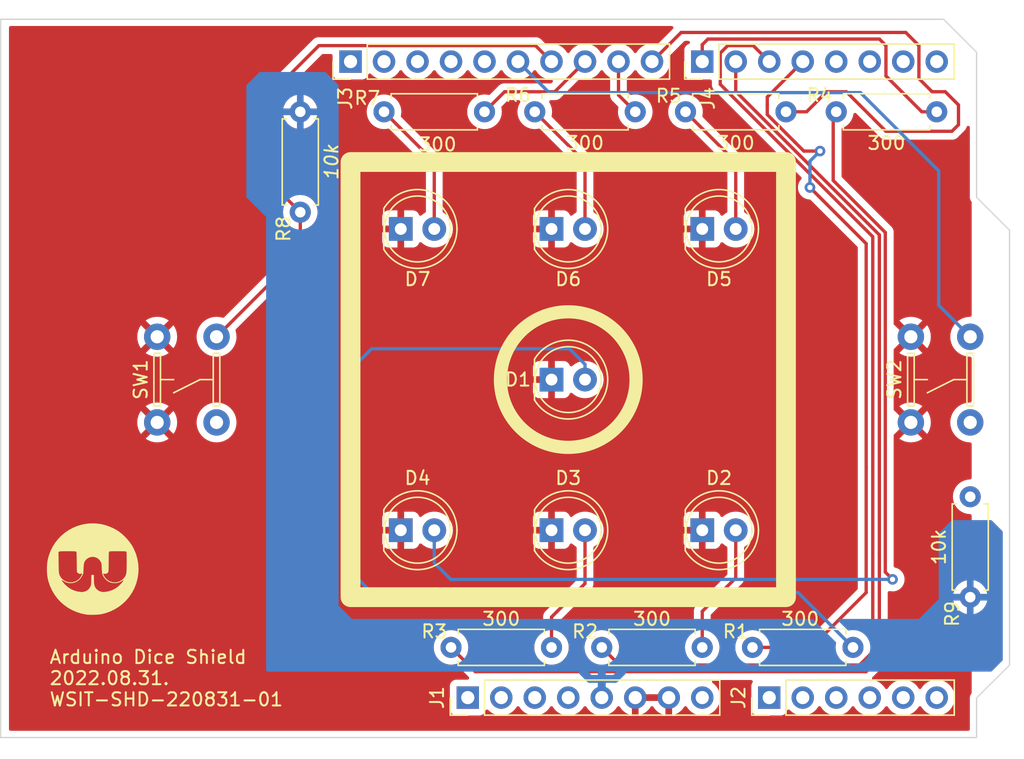
<source format=kicad_pcb>
(kicad_pcb (version 20211014) (generator pcbnew)
  (layers (0 "F.Cu" signal) (31 "B.Cu" signal) (34 "B.Paste" user) (35 "F.Paste" user) (36 "B.SilkS" user "B.Silkscreen") (37 "F.SilkS" user "F.Silkscreen") (38 "B.Mask" user) (39 "F.Mask" user) (44 "Edge.Cuts" user))
  (net 0 "")
  (net 1 "GND")
  (net 2 "Net-(D1-Pad2)")
  (net 3 "Net-(D2-Pad2)")
  (net 4 "Net-(D3-Pad2)")
  (net 5 "Net-(D4-Pad2)")
  (net 6 "Net-(D5-Pad2)")
  (net 7 "Net-(D6-Pad2)")
  (net 8 "+5V")
  (net 9 "Net-(R7-Pad1)")
  (net 10 "D04")
  (net 11 "D05")
  (net 12 "D06")
  (net 13 "D07")
  (net 14 "D08")
  (net 15 "D09")
  (net 16 "D10")
  (net 17 "D11_SW1")
  (net 18 "D12_SW2")
  (footprint "Resistor_THT:R_Axial_DIN0207_L6.3mm_D2.5mm_P7.62mm_Horizontal" (layer "F.Cu") (at 231.14 73.66 180)
    (fp_text reference "R3" (at 8.89 1.205) (layer "F.SilkS"))
    (fp_text value "300" (at 3.81 2.16) (layer "F.SilkS"))
    (fp_line (start 0.54 1.04) (end 0.54 1.37) (layer "F.SilkS") (width 0.12))
    (fp_line (start 0.54 -1.04) (end 0.54 -1.37) (layer "F.SilkS") (width 0.12))
    (fp_line (start 0.54 1.37) (end 7.08 1.37) (layer "F.SilkS") (width 0.12))
    (fp_line (start 7.08 1.37) (end 7.08 1.04) (layer "F.SilkS") (width 0.12))
    (fp_line (start 7.08 -1.37) (end 7.08 -1.04) (layer "F.SilkS") (width 0.12))
    (fp_line (start 0.54 -1.37) (end 7.08 -1.37) (layer "F.SilkS") (width 0.12))
    (pad "1" thru_hole circle (at 0 0 180) (size 1.6 1.6) (drill 0.8) (layers *.Cu *.Mask) (net 4 "Net-(D3-Pad2)"))
    (pad "2" thru_hole oval (at 7.62 0 180) (size 1.6 1.6) (drill 0.8) (layers *.Cu *.Mask) (net 12 "D06"))
  )
  (footprint "LED_THT:LED_D5.0mm" (layer "F.Cu") (at 231.14 64.77)
    (fp_text reference "D3" (at 1.27 -3.96) (layer "F.SilkS"))
    (fp_text value "LED")
    (fp_line (start -1.29 -1.545) (end -1.29 1.545) (layer "F.SilkS") (width 0.12))
    (fp_arc (start -1.29 -1.54483) (mid 2.072002 -2.880433) (end 4.26 0.000462) (layer "F.SilkS") (width 0.12))
    (fp_arc (start 4.26 -0.000462) (mid 2.072002 2.880433) (end -1.29 1.54483) (layer "F.SilkS") (width 0.12))
    (fp_circle (center 1.27 0) (end 3.77 0) (layer "F.SilkS") (width 0.12) (fill none))
    (pad "1" thru_hole rect (at 0 0) (size 1.8 1.8) (drill 0.9) (layers *.Cu *.Mask) (net 1 "GND"))
    (pad "2" thru_hole circle (at 2.54 0) (size 1.8 1.8) (drill 0.9) (layers *.Cu *.Mask) (net 4 "Net-(D3-Pad2)"))
  )
  (footprint "Resistor_THT:R_Axial_DIN0207_L6.3mm_D2.5mm_P7.62mm_Horizontal" (layer "F.Cu") (at 229.87 33.02)
    (fp_text reference "R6" (at -1.27 -1.27) (layer "F.SilkS"))
    (fp_text value "300" (at 3.81 2.37) (layer "F.SilkS"))
    (fp_line (start 7.08 1.37) (end 7.08 1.04) (layer "F.SilkS") (width 0.12))
    (fp_line (start 0.54 -1.04) (end 0.54 -1.37) (layer "F.SilkS") (width 0.12))
    (fp_line (start 7.08 -1.37) (end 7.08 -1.04) (layer "F.SilkS") (width 0.12))
    (fp_line (start 0.54 -1.37) (end 7.08 -1.37) (layer "F.SilkS") (width 0.12))
    (fp_line (start 0.54 1.04) (end 0.54 1.37) (layer "F.SilkS") (width 0.12))
    (fp_line (start 0.54 1.37) (end 7.08 1.37) (layer "F.SilkS") (width 0.12))
    (pad "1" thru_hole circle (at 0 0) (size 1.6 1.6) (drill 0.8) (layers *.Cu *.Mask) (net 7 "Net-(D6-Pad2)"))
    (pad "2" thru_hole oval (at 7.62 0) (size 1.6 1.6) (drill 0.8) (layers *.Cu *.Mask) (net 15 "D09"))
  )
  (footprint "Resistor_THT:R_Axial_DIN0207_L6.3mm_D2.5mm_P7.62mm_Horizontal" (layer "F.Cu") (at 252.73 33.02)
    (fp_text reference "R4" (at -1.27 -1.27) (layer "F.SilkS"))
    (fp_text value "300" (at 3.81 2.37) (layer "F.SilkS"))
    (fp_line (start 0.54 -1.37) (end 7.08 -1.37) (layer "F.SilkS") (width 0.12))
    (fp_line (start 7.08 1.37) (end 7.08 1.04) (layer "F.SilkS") (width 0.12))
    (fp_line (start 0.54 -1.04) (end 0.54 -1.37) (layer "F.SilkS") (width 0.12))
    (fp_line (start 7.08 -1.37) (end 7.08 -1.04) (layer "F.SilkS") (width 0.12))
    (fp_line (start 0.54 1.04) (end 0.54 1.37) (layer "F.SilkS") (width 0.12))
    (fp_line (start 0.54 1.37) (end 7.08 1.37) (layer "F.SilkS") (width 0.12))
    (pad "1" thru_hole circle (at 0 0) (size 1.6 1.6) (drill 0.8) (layers *.Cu *.Mask) (net 5 "Net-(D4-Pad2)"))
    (pad "2" thru_hole oval (at 7.62 0) (size 1.6 1.6) (drill 0.8) (layers *.Cu *.Mask) (net 13 "D07"))
  )
  (footprint "Connector_PinHeader_2.54mm:PinHeader_1x10_P2.54mm_Vertical" (layer "F.Cu") (at 215.9 29.21 90)
    (fp_text reference "J3" (at -2.79 -0.4 90) (layer "F.SilkS"))
    (fp_text value "Conn_01x10")
    (fp_line (start -1.33 24.19) (end 1.33 24.19) (layer "F.SilkS") (width 0.12))
    (fp_line (start -1.33 1.27) (end 1.33 1.27) (layer "F.SilkS") (width 0.12))
    (fp_line (start -1.33 -1.33) (end 0 -1.33) (layer "F.SilkS") (width 0.12))
    (fp_line (start 1.33 1.27) (end 1.33 24.19) (layer "F.SilkS") (width 0.12))
    (fp_line (start -1.33 1.27) (end -1.33 24.19) (layer "F.SilkS") (width 0.12))
    (fp_line (start -1.33 0) (end -1.33 -1.33) (layer "F.SilkS") (width 0.12))
    (pad "1" thru_hole rect (at 0 0 90) (size 1.7 1.7) (drill 1) (layers *.Cu *.Mask))
    (pad "2" thru_hole oval (at 0 2.54 90) (size 1.7 1.7) (drill 1) (layers *.Cu *.Mask))
    (pad "3" thru_hole oval (at 0 5.08 90) (size 1.7 1.7) (drill 1) (layers *.Cu *.Mask))
    (pad "4" thru_hole oval (at 0 7.62 90) (size 1.7 1.7) (drill 1) (layers *.Cu *.Mask))
    (pad "5" thru_hole oval (at 0 10.16 90) (size 1.7 1.7) (drill 1) (layers *.Cu *.Mask))
    (pad "6" thru_hole oval (at 0 12.7 90) (size 1.7 1.7) (drill 1) (layers *.Cu *.Mask) (net 18 "D12_SW2"))
    (pad "7" thru_hole oval (at 0 15.24 90) (size 1.7 1.7) (drill 1) (layers *.Cu *.Mask) (net 17 "D11_SW1"))
    (pad "8" thru_hole oval (at 0 17.78 90) (size 1.7 1.7) (drill 1) (layers *.Cu *.Mask) (net 16 "D10"))
    (pad "9" thru_hole oval (at 0 20.32 90) (size 1.7 1.7) (drill 1) (layers *.Cu *.Mask) (net 15 "D09"))
    (pad "10" thru_hole oval (at 0 22.86 90) (size 1.7 1.7) (drill 1) (layers *.Cu *.Mask) (net 14 "D08"))
  )
  (footprint "2_icons:woosong_pcb_logo_15" (layer "F.Cu") (at 196.5 69.5)
    (fp_text reference "G***" hide)
    (fp_text value "LOGO" hide)
    (fp_poly (pts (xy 0.032185 -5.249393) (xy 0.393672 -5.211318) (xy 0.542314 -5.184601) (xy 0.821137 -5.113983) (xy 1.10595 -5.01517) (xy 1.385284 -4.893104) (xy 1.647673 -4.752728) (xy 1.853161 -4.619612) (xy 2.063739 -4.454044) (xy 2.2741 -4.259994) (xy 2.474931 -4.047347) (xy 2.656917 -3.825987) (xy 2.810743 -3.605796) (xy 2.815027 -3.598991) (xy 2.871657 -3.5006) (xy 2.935576 -3.376422) (xy 3.001448 -3.238036) (xy 3.063935 -3.097021) (xy 3.1177 -2.964955) (xy 3.154416 -2.862713) (xy 3.249805 -2.507084) (xy 3.306857 -2.145942) (xy 3.32576 -1.78223) (xy 3.306705 -1.418889) (xy 3.249877 -1.05886) (xy 3.155466 -0.705084) (xy 3.02366 -0.360504) (xy 2.989533 -0.285947) (xy 2.817073 0.033979) (xy 2.612693 0.332425) (xy 2.378888 0.60718) (xy 2.118151 0.856034) (xy 1.832975 1.076779) (xy 1.525854 1.267205) (xy 1.199282 1.425101) (xy 0.955175 1.516849) (xy 0.786424 1.570664) (xy 0.638086 1.611772) (xy 0.499431 1.64194) (xy 0.359732 1.662937) (xy 0.208259 1.676529) (xy 0.034284 1.684483) (xy -0.078882 1.687168) (xy -0.262604 1.688945) (xy -0.412981 1.686778) (xy -0.535927 1.680455) (xy -0.637362 1.669763) (xy -0.660636 1.66629) (xy -1.028786 1.588617) (xy -1.380747 1.476093) (xy -1.714638 1.330243) (xy -2.02858 1.152595) (xy -2.320691 0.944674) (xy -2.589091 0.708008) (xy -2.831899 0.444124) (xy -3.047236 0.154548) (xy -3.23322 -0.159193) (xy -3.387972 -0.495572) (xy -3.417427 -0.571894) (xy -3.50275 -0.827016) (xy -3.531612 -0.943452) (xy -2.494488 -0.943452) (xy -2.490775 -0.921177) (xy -2.465115 -0.876392) (xy -2.422365 -0.815523) (xy -2.367379 -0.744997) (xy -2.305012 -0.671239) (xy -2.24012 -0.600675) (xy -2.220122 -0.580325) (xy -2.015886 -0.403041) (xy -1.79312 -0.260502) (xy -1.552484 -0.152995) (xy -1.294639 -0.080806) (xy -1.020244 -0.044223) (xy -0.982065 -0.042033) (xy -0.931838 -0.044654) (xy -0.863152 -0.054221) (xy -0.824301 -0.061634) (xy -0.663399 -0.112248) (xy -0.529606 -0.190911) (xy -0.420519 -0.299509) (xy -0.33373 -0.439931) (xy -0.328691 -0.450443) (xy -0.307277 -0.496748) (xy -0.291357 -0.536577) (xy -0.279983 -0.57693) (xy -0.272206 -0.624809) (xy -0.267079 -0.687212) (xy -0.263651 -0.771141) (xy -0.260976 -0.883596) (xy -0.259457 -0.961374) (xy -0.252183 -1.340994) (xy -0.059161 -1.340994) (xy -0.059012 -1.059977) (xy -0.055734 -0.871963) (xy -0.045193 -0.717186) (xy -0.026004 -0.589883) (xy 0.00322 -0.484289) (xy 0.043867 -0.394642) (xy 0.097323 -0.315177) (xy 0.129242 -0.277512) (xy 0.236084 -0.181139) (xy 0.361625 -0.111088) (xy 0.49281 -0.067525) (xy 0.558736 -0.052652) (xy 0.618343 -0.045396) (xy 0.684629 -0.045376) (xy 0.77059 -0.052209) (xy 0.822894 -0.057839) (xy 1.090067 -0.106395) (xy 1.338896 -0.18986) (xy 1.569327 -0.308207) (xy 1.781307 -0.46141) (xy 1.940077 -0.611701) (xy 2.008622 -0.687908) (xy 2.071377 -0.764097) (xy 2.123855 -0.83406) (xy 2.161571 -0.891588) (xy 2.180039 -0.930472) (xy 2.179429 -0.942983) (xy 2.159766 -0.937953) (xy 2.12146 -0.914408) (xy 2.1057 -0.902878) (xy 1.948408 -0.807162) (xy 1.774695 -0.744099) (xy 1.59102 -0.714216) (xy 1.403843 -0.718038) (xy 1.21962 -0.756093) (xy 1.065426 -0.818138) (xy 0.962608 -0.883188) (xy 0.856515 -0.972191) (xy 0.760126 -1.073162) (xy 0.695157 -1.160012) (xy 0.646599 -1.240877) (xy 0.609516 -1.316982) (xy 0.582088 -1.39607) (xy 0.573971 -1.433279) (xy 0.650471 -1.433279) (xy 0.659359 -1.389744) (xy 0.680878 -1.32913) (xy 0.697342 -1.291693) (xy 0.788528 -1.140816) (xy 0.907472 -1.011936) (xy 1.048414 -0.907802) (xy 1.205591 -0.831162) (xy 1.37324 -0.784764) (xy 1.545599 -0.771359) (xy 1.716906 -0.793693) (xy 1.732812 -0.797746) (xy 1.899451 -0.859296) (xy 2.052252 -0.949168) (xy 2.183867 -1.061819) (xy 2.286948 -1.191707) (xy 2.311951 -1.234587) (xy 2.339349 -1.289355) (xy 2.362022 -1.344683) (xy 2.380407 -1.404835) (xy 2.394938 -1.474074) (xy 2.406052 -1.556664) (xy 2.414184 -1.656869) (xy 2.419771 -1.778953) (xy 2.423248 -1.927179) (xy 2.425051 -2.10581) (xy 2.425616 -2.319112) (xy 2.425621 -2.34662) (xy 2.425451 -2.537912) (xy 2.424837 -2.693562) (xy 2.423624 -2.817368) (xy 2.421657 -2.913126) (xy 2.41878 -2.984635) (xy 2.414838 -3.035691) (xy 2.409676 -3.070093) (xy 2.403138 -3.091638) (xy 2.39507 -3.104123) (xy 2.394632 -3.10457) (xy 2.381523 -3.113384) (xy 2.359001 -3.120387) (xy 2.322912 -3.125778) (xy 2.269102 -3.129757) (xy 2.193417 -3.132524) (xy 2.091703 -3.134278) (xy 1.959807 -3.13522) (xy 1.793575 -3.135549) (xy 1.750339 -3.135559) (xy 1.576408 -3.135366) (xy 1.43767 -3.134645) (xy 1.329877 -3.133182) (xy 1.24878 -3.130763) (xy 1.190133 -3.127176) (xy 1.149687 -3.122206) (xy 1.123196 -3.115641) (xy 1.106411 -3.107267) (xy 1.100971 -3.102922) (xy 1.091376 -3.092046) (xy 1.083639 -3.075915) (xy 1.077559 -3.050517) (xy 1.072932 -3.011839) (xy 1.069558 -2.955871) (xy 1.067233 -2.8786) (xy 1.065755 -2.776015) (xy 1.064922 -2.644103) (xy 1.064532 -2.478852) (xy 1.064437 -2.378194) (xy 1.063817 -2.213199) (xy 1.062271 -2.057743) (xy 1.059921 -1.916987) (xy 1.056892 -1.796088) (xy 1.053309 -1.700208) (xy 1.049295 -1.634504) (xy 1.045877 -1.60722) (xy 1.007578 -1.518824) (xy 0.941505 -1.456788) (xy 0.851711 -1.424183) (xy 0.798439 -1.419876) (xy 0.735922 -1.424279) (xy 0.688484 -1.435498) (xy 0.674441 -1.44354) (xy 0.655177 -1.453342) (xy 0.650471 -1.433279) (xy 0.573971 -1.433279) (xy 0.562497 -1.485881) (xy 0.548923 -1.594157) (xy 0.539547 -1.728638) (xy 0.534457 -1.843866) (xy 0.529149 -1.973465) (xy 0.523756 -2.070881) (xy 0.517281 -2.143361) (xy 0.50873 -2.198153) (xy 0.497107 -2.242503) (xy 0.481417 -2.28366) (xy 0.470814 -2.307298) (xy 0.387132 -2.445218) (xy 0.279926 -2.555436) (xy 0.154575 -2.636923) (xy 0.016458 -2.688652) (xy -0.129048 -2.709594) (xy -0.276564 -2.698723) (xy -0.42071 -2.655009) (xy -0.556108 -2.577426) (xy -0.627753 -2.517231) (xy -0.688743 -2.454472) (xy -0.73645 -2.392657) (xy -0.772791 -2.325512) (xy -0.799684 -2.246762) (xy -0.819046 -2.150133) (xy -0.832797 -2.02935) (xy -0.842852 -1.878138) (xy -0.846556 -1.801348) (xy -0.86253 -1.443301) (xy -0.942907 -1.277242) (xy -1.046304 -1.105866) (xy -1.175494 -0.962441) (xy -1.327073 -0.849132) (xy -1.49764 -0.768102) (xy -1.683791 -0.721517) (xy -1.834006 -0.71048) (xy -1.997329 -0.724427) (xy -2.155361 -0.768208) (xy -2.315946 -0.84444) (xy -2.41079 -0.902859) (xy -2.45709 -0.930571) (xy -2.488324 -0.943827) (xy -2.494488 -0.943452) (xy -3.531612 -0.943452) (xy -3.564305 -1.075347) (xy -3.603719 -1.327383) (xy -3.622621 -1.59362) (xy -3.62264 -1.884554) (xy -3.622384 -1.893168) (xy -3.613042 -2.096771) (xy -3.597122 -2.273548) (xy -3.572595 -2.435852) (xy -3.537436 -2.596033) (xy -3.489616 -2.766444) (xy -3.46746 -2.837213) (xy -3.378582 -3.071932) (xy -2.744331 -3.071932) (xy -2.735445 -2.309996) (xy -2.732742 -2.098904) (xy -2.729674 -1.922949) (xy -2.725748 -1.777827) (xy -2.72047 -1.659236) (xy -2.713351 -1.56287) (xy -2.703896 -1.484427) (xy -2.691613 -1.419602) (xy -2.676011 -1.364092) (xy -2.656596 -1.313594) (xy -2.632877 -1.263803) (xy -2.61106 -1.222666) (xy -2.545239 -1.127343) (xy -2.454534 -1.030267) (xy -2.351178 -0.943023) (xy -2.247405 -0.877198) (xy -2.245098 -0.876023) (xy -2.069491 -0.805936) (xy -1.893669 -0.774588) (xy -1.71352 -0.78147) (xy -1.621633 -0.798831) (xy -1.442454 -0.859893) (xy -1.283954 -0.952406) (xy -1.149761 -1.073548) (xy -1.043505 -1.2205) (xy -1.018411 -1.267589) (xy -0.976448 -1.355766) (xy -0.953498 -1.413274) (xy -0.94882 -1.443583) (xy -0.961674 -1.450161) (xy -0.981094 -1.442298) (xy -1.047314 -1.42254) (xy -1.139642 -1.41702) (xy -1.158868 -1.417693) (xy -1.19915 -1.431881) (xy -1.251016 -1.465459) (xy -1.277191 -1.487355) (xy -1.350854 -1.554834) (xy -1.360714 -2.317226) (xy -1.363302 -2.510989) (xy -1.365716 -2.669105) (xy -1.368186 -2.795365) (xy -1.370943 -2.893562) (xy -1.374218 -2.967489) (xy -1.378243 -3.020936) (xy -1.383247 -3.057696) (xy -1.389463 -3.08156) (xy -1.39712 -3.096321) (xy -1.40645 -3.105771) (xy -1.408854 -3.107589) (xy -1.426761 -3.115778) (xy -1.458248 -3.122277) (xy -1.507301 -3.127258) (xy -1.577901 -3.130897) (xy -1.674034 -3.133365) (xy -1.799682 -3.134838) (xy -1.958831 -3.135488) (xy -2.050313 -3.135559) (xy -2.223784 -3.135333) (xy -2.362137 -3.134514) (xy -2.46969 -3.132889) (xy -2.550762 -3.130247) (xy -2.609674 -3.126376) (xy -2.650746 -3.121065) (xy -2.678296 -3.1141) (xy -2.696646 -3.105271) (xy -2.698911 -3.103746) (xy -2.744331 -3.071932) (xy -3.378582 -3.071932) (xy -3.338078 -3.1789) (xy -3.176828 -3.499577) (xy -2.986048 -3.797878) (xy -2.768071 -4.072435) (xy -2.525235 -4.321881) (xy -2.259873 -4.544849) (xy -1.974322 -4.739972) (xy -1.670916 -4.905882) (xy -1.351992 -5.041212) (xy -1.019885 -5.144596) (xy -0.676929 -5.214665) (xy -0.325461 -5.250053)) (layer "F.SilkS") (width 0) (fill solid))
  )
  (footprint "LED_THT:LED_D5.0mm" (layer "F.Cu") (at 219.71 64.77)
    (fp_text reference "D4" (at 1.27 -3.96) (layer "F.SilkS"))
    (fp_text value "LED")
    (fp_line (start -1.29 -1.545) (end -1.29 1.545) (layer "F.SilkS") (width 0.12))
    (fp_arc (start 4.26 -0.000462) (mid 2.072002 2.880433) (end -1.29 1.54483) (layer "F.SilkS") (width 0.12))
    (fp_arc (start -1.29 -1.54483) (mid 2.072002 -2.880433) (end 4.26 0.000462) (layer "F.SilkS") (width 0.12))
    (fp_circle (center 1.27 0) (end 3.77 0) (layer "F.SilkS") (width 0.12) (fill none))
    (pad "1" thru_hole rect (at 0 0) (size 1.8 1.8) (drill 0.9) (layers *.Cu *.Mask) (net 1 "GND"))
    (pad "2" thru_hole circle (at 2.54 0) (size 1.8 1.8) (drill 0.9) (layers *.Cu *.Mask) (net 5 "Net-(D4-Pad2)"))
  )
  (footprint "1_lsk:Tact_Switch_ITS-1105" (layer "F.Cu") (at 260.64 53.34 90)
    (fp_text reference "SW2" (at 0 -3.5 90 unlocked) (layer "F.SilkS"))
    (fp_text value "SW_MEC_5E")
    (fp_line (start 0 1) (end -1 -1) (layer "F.SilkS") (width 0.12))
    (fp_line (start 0 -2) (end 0 -1) (layer "F.SilkS") (width 0.12))
    (fp_line (start 0 2) (end 0 1) (layer "F.SilkS") (width 0.12))
    (fp_rect (start -2 -2.5) (end 2 -2) (layer "F.SilkS") (width 0.12) (fill none))
    (fp_rect (start -2 2.5) (end 2 2) (layer "F.SilkS") (width 0.12) (fill none))
    (pad "1" thru_hole circle (at -3.25 -2.25 90) (size 2 2) (drill 1) (layers *.Cu *.Mask) (net 1 "GND"))
    (pad "2" thru_hole circle (at 3.25 -2.25 90) (size 2 2) (drill 1) (layers *.Cu *.Mask) (net 1 "GND"))
    (pad "3" thru_hole circle (at 3.25 2.25 90) (size 2 2) (drill 1) (layers *.Cu *.Mask) (net 18 "D12_SW2"))
    (pad "4" thru_hole circle (at -3.25 2.25 90) (size 2 2) (drill 1) (layers *.Cu *.Mask) (net 18 "D12_SW2"))
  )
  (footprint "LED_THT:LED_D5.0mm" (layer "F.Cu") (at 231.14 41.91)
    (fp_text reference "D6" (at 1.27 3.81) (layer "F.SilkS"))
    (fp_text value "LED")
    (fp_line (start -1.29 -1.545) (end -1.29 1.545) (layer "F.SilkS") (width 0.12))
    (fp_arc (start -1.29 -1.54483) (mid 2.072002 -2.880433) (end 4.26 0.000462) (layer "F.SilkS") (width 0.12))
    (fp_arc (start 4.26 -0.000462) (mid 2.072002 2.880433) (end -1.29 1.54483) (layer "F.SilkS") (width 0.12))
    (fp_circle (center 1.27 0) (end 3.77 0) (layer "F.SilkS") (width 0.12) (fill none))
    (pad "1" thru_hole rect (at 0 0) (size 1.8 1.8) (drill 0.9) (layers *.Cu *.Mask) (net 1 "GND"))
    (pad "2" thru_hole circle (at 2.54 0) (size 1.8 1.8) (drill 0.9) (layers *.Cu *.Mask) (net 7 "Net-(D6-Pad2)"))
  )
  (footprint "LED_THT:LED_D5.0mm" (layer "F.Cu") (at 219.71 41.91)
    (fp_text reference "D7" (at 1.27 3.81) (layer "F.SilkS"))
    (fp_text value "LED")
    (fp_line (start -1.29 -1.545) (end -1.29 1.545) (layer "F.SilkS") (width 0.12))
    (fp_arc (start -1.29 -1.54483) (mid 2.072002 -2.880433) (end 4.26 0.000462) (layer "F.SilkS") (width 0.12))
    (fp_arc (start 4.26 -0.000462) (mid 2.072002 2.880433) (end -1.29 1.54483) (layer "F.SilkS") (width 0.12))
    (fp_circle (center 1.27 0) (end 3.77 0) (layer "F.SilkS") (width 0.12) (fill none))
    (pad "1" thru_hole rect (at 0 0) (size 1.8 1.8) (drill 0.9) (layers *.Cu *.Mask) (net 1 "GND"))
    (pad "2" thru_hole circle (at 2.54 0) (size 1.8 1.8) (drill 0.9) (layers *.Cu *.Mask) (net 9 "Net-(R7-Pad1)"))
  )
  (footprint "1_lsk:Tact_Switch_ITS-1105" (layer "F.Cu") (at 203.49 53.34 90)
    (fp_text reference "SW1" (at 0 -3.5 90 unlocked) (layer "F.SilkS"))
    (fp_text value "SW_MEC_5E")
    (fp_line (start 0 1) (end -1 -1) (layer "F.SilkS") (width 0.12))
    (fp_line (start 0 2) (end 0 1) (layer "F.SilkS") (width 0.12))
    (fp_line (start 0 -2) (end 0 -1) (layer "F.SilkS") (width 0.12))
    (fp_rect (start -2 2.5) (end 2 2) (layer "F.SilkS") (width 0.12) (fill none))
    (fp_rect (start -2 -2.5) (end 2 -2) (layer "F.SilkS") (width 0.12) (fill none))
    (pad "1" thru_hole circle (at -3.25 -2.25 90) (size 2 2) (drill 1) (layers *.Cu *.Mask) (net 1 "GND"))
    (pad "2" thru_hole circle (at 3.25 -2.25 90) (size 2 2) (drill 1) (layers *.Cu *.Mask) (net 1 "GND"))
    (pad "3" thru_hole circle (at 3.25 2.25 90) (size 2 2) (drill 1) (layers *.Cu *.Mask) (net 17 "D11_SW1"))
    (pad "4" thru_hole circle (at -3.25 2.25 90) (size 2 2) (drill 1) (layers *.Cu *.Mask) (net 17 "D11_SW1"))
  )
  (footprint "LED_THT:LED_D5.0mm" (layer "F.Cu") (at 242.57 64.77)
    (fp_text reference "D2" (at 1.27 -3.96) (layer "F.SilkS"))
    (fp_text value "LED")
    (fp_line (start -1.29 -1.545) (end -1.29 1.545) (layer "F.SilkS") (width 0.12))
    (fp_arc (start -1.29 -1.54483) (mid 2.072002 -2.880433) (end 4.26 0.000462) (layer "F.SilkS") (width 0.12))
    (fp_arc (start 4.26 -0.000462) (mid 2.072002 2.880433) (end -1.29 1.54483) (layer "F.SilkS") (width 0.12))
    (fp_circle (center 1.27 0) (end 3.77 0) (layer "F.SilkS") (width 0.12) (fill none))
    (pad "1" thru_hole rect (at 0 0) (size 1.8 1.8) (drill 0.9) (layers *.Cu *.Mask) (net 1 "GND"))
    (pad "2" thru_hole circle (at 2.54 0) (size 1.8 1.8) (drill 0.9) (layers *.Cu *.Mask) (net 3 "Net-(D2-Pad2)"))
  )
  (footprint "Resistor_THT:R_Axial_DIN0207_L6.3mm_D2.5mm_P7.62mm_Horizontal" (layer "F.Cu") (at 241.3 33.02)
    (fp_text reference "R5" (at -1.27 -1.205) (layer "F.SilkS"))
    (fp_text value "300" (at 3.81 2.37) (layer "F.SilkS"))
    (fp_line (start 7.08 -1.37) (end 7.08 -1.04) (layer "F.SilkS") (width 0.12))
    (fp_line (start 7.08 1.37) (end 7.08 1.04) (layer "F.SilkS") (width 0.12))
    (fp_line (start 0.54 -1.37) (end 7.08 -1.37) (layer "F.SilkS") (width 0.12))
    (fp_line (start 0.54 1.37) (end 7.08 1.37) (layer "F.SilkS") (width 0.12))
    (fp_line (start 0.54 -1.04) (end 0.54 -1.37) (layer "F.SilkS") (width 0.12))
    (fp_line (start 0.54 1.04) (end 0.54 1.37) (layer "F.SilkS") (width 0.12))
    (pad "1" thru_hole circle (at 0 0) (size 1.6 1.6) (drill 0.8) (layers *.Cu *.Mask) (net 6 "Net-(D5-Pad2)"))
    (pad "2" thru_hole oval (at 7.62 0) (size 1.6 1.6) (drill 0.8) (layers *.Cu *.Mask) (net 14 "D08"))
  )
  (footprint "LED_THT:LED_D5.0mm" (layer "F.Cu") (at 242.57 41.91)
    (fp_text reference "D5" (at 1.27 3.81) (layer "F.SilkS"))
    (fp_text value "LED")
    (fp_line (start -1.29 -1.545) (end -1.29 1.545) (layer "F.SilkS") (width 0.12))
    (fp_arc (start -1.29 -1.54483) (mid 2.072002 -2.880433) (end 4.26 0.000462) (layer "F.SilkS") (width 0.12))
    (fp_arc (start 4.26 -0.000462) (mid 2.072002 2.880433) (end -1.29 1.54483) (layer "F.SilkS") (width 0.12))
    (fp_circle (center 1.27 0) (end 3.77 0) (layer "F.SilkS") (width 0.12) (fill none))
    (pad "1" thru_hole rect (at 0 0) (size 1.8 1.8) (drill 0.9) (layers *.Cu *.Mask) (net 1 "GND"))
    (pad "2" thru_hole circle (at 2.54 0) (size 1.8 1.8) (drill 0.9) (layers *.Cu *.Mask) (net 6 "Net-(D5-Pad2)"))
  )
  (footprint "Resistor_THT:R_Axial_DIN0207_L6.3mm_D2.5mm_P7.62mm_Horizontal" (layer "F.Cu") (at 218.44 33.02)
    (fp_text reference "R7" (at -1.27 -1.04) (layer "F.SilkS"))
    (fp_text value "300" (at 4.06 2.48) (layer "F.SilkS"))
    (fp_line (start 0.54 1.04) (end 0.54 1.37) (layer "F.SilkS") (width 0.12))
    (fp_line (start 0.54 -1.04) (end 0.54 -1.37) (layer "F.SilkS") (width 0.12))
    (fp_line (start 0.54 -1.37) (end 7.08 -1.37) (layer "F.SilkS") (width 0.12))
    (fp_line (start 7.08 1.37) (end 7.08 1.04) (layer "F.SilkS") (width 0.12))
    (fp_line (start 0.54 1.37) (end 7.08 1.37) (layer "F.SilkS") (width 0.12))
    (fp_line (start 7.08 -1.37) (end 7.08 -1.04) (layer "F.SilkS") (width 0.12))
    (pad "1" thru_hole circle (at 0 0) (size 1.6 1.6) (drill 0.8) (layers *.Cu *.Mask) (net 9 "Net-(R7-Pad1)"))
    (pad "2" thru_hole oval (at 7.62 0) (size 1.6 1.6) (drill 0.8) (layers *.Cu *.Mask) (net 16 "D10"))
  )
  (footprint "LED_THT:LED_D5.0mm" (layer "F.Cu") (at 231.14 53.34)
    (fp_text reference "D1" (at -2.54 0) (layer "F.SilkS"))
    (fp_text value "LED")
    (fp_line (start -1.29 -1.545) (end -1.29 1.545) (layer "F.SilkS") (width 0.12))
    (fp_arc (start 4.26 -0.000462) (mid 2.072002 2.880433) (end -1.29 1.54483) (layer "F.SilkS") (width 0.12))
    (fp_arc (start -1.29 -1.54483) (mid 2.072002 -2.880433) (end 4.26 0.000462) (layer "F.SilkS") (width 0.12))
    (fp_circle (center 1.27 0) (end 3.77 0) (layer "F.SilkS") (width 0.12) (fill none))
    (pad "1" thru_hole rect (at 0 0) (size 1.8 1.8) (drill 0.9) (layers *.Cu *.Mask) (net 1 "GND"))
    (pad "2" thru_hole circle (at 2.54 0) (size 1.8 1.8) (drill 0.9) (layers *.Cu *.Mask) (net 2 "Net-(D1-Pad2)"))
  )
  (footprint "Connector_PinHeader_2.54mm:PinHeader_1x08_P2.54mm_Vertical" (layer "F.Cu") (at 224.79 77.47 90)
    (fp_text reference "J1" (at 0 -2.33 90) (layer "F.SilkS"))
    (fp_text value "Conn_01x08")
    (fp_line (start 1.33 1.27) (end 1.33 19.11) (layer "F.SilkS") (width 0.12))
    (fp_line (start -1.33 0) (end -1.33 -1.33) (layer "F.SilkS") (width 0.12))
    (fp_line (start -1.33 19.11) (end 1.33 19.11) (layer "F.SilkS") (width 0.12))
    (fp_line (start -1.33 1.27) (end 1.33 1.27) (layer "F.SilkS") (width 0.12))
    (fp_line (start -1.33 -1.33) (end 0 -1.33) (layer "F.SilkS") (width 0.12))
    (fp_line (start -1.33 1.27) (end -1.33 19.11) (layer "F.SilkS") (width 0.12))
    (pad "1" thru_hole rect (at 0 0 90) (size 1.7 1.7) (drill 1) (layers *.Cu *.Mask))
    (pad "2" thru_hole oval (at 0 2.54 90) (size 1.7 1.7) (drill 1) (layers *.Cu *.Mask))
    (pad "3" thru_hole oval (at 0 5.08 90) (size 1.7 1.7) (drill 1) (layers *.Cu *.Mask))
    (pad "4" thru_hole oval (at 0 7.62 90) (size 1.7 1.7) (drill 1) (layers *.Cu *.Mask))
    (pad "5" thru_hole oval (at 0 10.16 90) (size 1.7 1.7) (drill 1) (layers *.Cu *.Mask) (net 8 "+5V"))
    (pad "6" thru_hole oval (at 0 12.7 90) (size 1.7 1.7) (drill 1) (layers *.Cu *.Mask) (net 1 "GND"))
    (pad "7" thru_hole oval (at 0 15.24 90) (size 1.7 1.7) (drill 1) (layers *.Cu *.Mask) (net 1 "GND"))
    (pad "8" thru_hole oval (at 0 17.78 90) (size 1.7 1.7) (drill 1) (layers *.Cu *.Mask))
  )
  (footprint "Resistor_THT:R_Axial_DIN0207_L6.3mm_D2.5mm_P7.62mm_Horizontal" (layer "F.Cu") (at 254 73.66 180)
    (fp_text reference "R1" (at 8.89 1.205) (layer "F.SilkS"))
    (fp_text value "300" (at 4 2.16) (layer "F.SilkS"))
    (fp_line (start 0.54 1.04) (end 0.54 1.37) (layer "F.SilkS") (width 0.12))
    (fp_line (start 7.08 1.37) (end 7.08 1.04) (layer "F.SilkS") (width 0.12))
    (fp_line (start 7.08 -1.37) (end 7.08 -1.04) (layer "F.SilkS") (width 0.12))
    (fp_line (start 0.54 1.37) (end 7.08 1.37) (layer "F.SilkS") (width 0.12))
    (fp_line (start 0.54 -1.37) (end 7.08 -1.37) (layer "F.SilkS") (width 0.12))
    (fp_line (start 0.54 -1.04) (end 0.54 -1.37) (layer "F.SilkS") (width 0.12))
    (pad "1" thru_hole circle (at 0 0 180) (size 1.6 1.6) (drill 0.8) (layers *.Cu *.Mask) (net 2 "Net-(D1-Pad2)"))
    (pad "2" thru_hole oval (at 7.62 0 180) (size 1.6 1.6) (drill 0.8) (layers *.Cu *.Mask) (net 10 "D04"))
  )
  (footprint "Resistor_THT:R_Axial_DIN0207_L6.3mm_D2.5mm_P7.62mm_Horizontal" (layer "F.Cu") (at 212.09 40.64 90)
    (fp_text reference "R8" (at -1.27 -1.27 90) (layer "F.SilkS"))
    (fp_text value "10k" (at 3.81 2.37 90) (layer "F.SilkS") (effects (font (thickness 0.15) italic)))
    (fp_line (start 7.08 -1.37) (end 7.08 -1.04) (layer "F.SilkS") (width 0.12))
    (fp_line (start 0.54 -1.37) (end 7.08 -1.37) (layer "F.SilkS") (width 0.12))
    (fp_line (start 0.54 1.04) (end 0.54 1.37) (layer "F.SilkS") (width 0.12))
    (fp_line (start 0.54 1.37) (end 7.08 1.37) (layer "F.SilkS") (width 0.12))
    (fp_line (start 0.54 -1.04) (end 0.54 -1.37) (layer "F.SilkS") (width 0.12))
    (fp_line (start 7.08 1.37) (end 7.08 1.04) (layer "F.SilkS") (width 0.12))
    (pad "1" thru_hole circle (at 0 0 90) (size 1.6 1.6) (drill 0.8) (layers *.Cu *.Mask) (net 17 "D11_SW1"))
    (pad "2" thru_hole oval (at 7.62 0 90) (size 1.6 1.6) (drill 0.8) (layers *.Cu *.Mask) (net 8 "+5V"))
  )
  (footprint "Resistor_THT:R_Axial_DIN0207_L6.3mm_D2.5mm_P7.62mm_Horizontal" (layer "F.Cu") (at 242.57 73.66 180)
    (fp_text reference "R2" (at 8.89 1.205) (layer "F.SilkS"))
    (fp_text value "300" (at 3.81 2.16) (layer "F.SilkS"))
    (fp_line (start 0.54 -1.04) (end 0.54 -1.37) (layer "F.SilkS") (width 0.12))
    (fp_line (start 0.54 -1.37) (end 7.08 -1.37) (layer "F.SilkS") (width 0.12))
    (fp_line (start 7.08 1.37) (end 7.08 1.04) (layer "F.SilkS") (width 0.12))
    (fp_line (start 7.08 -1.37) (end 7.08 -1.04) (layer "F.SilkS") (width 0.12))
    (fp_line (start 0.54 1.37) (end 7.08 1.37) (layer "F.SilkS") (width 0.12))
    (fp_line (start 0.54 1.04) (end 0.54 1.37) (layer "F.SilkS") (width 0.12))
    (pad "1" thru_hole circle (at 0 0 180) (size 1.6 1.6) (drill 0.8) (layers *.Cu *.Mask) (net 3 "Net-(D2-Pad2)"))
    (pad "2" thru_hole oval (at 7.62 0 180) (size 1.6 1.6) (drill 0.8) (layers *.Cu *.Mask) (net 11 "D05"))
  )
  (footprint "Connector_PinHeader_2.54mm:PinHeader_1x08_P2.54mm_Vertical" (layer "F.Cu") (at 242.57 29.21 90)
    (fp_text reference "J4" (at -2.79 0.43 90) (layer "F.SilkS"))
    (fp_text value "Conn_01x08")
    (fp_line (start -1.33 1.27) (end -1.33 19.11) (layer "F.SilkS") (width 0.12))
    (fp_line (start -1.33 0) (end -1.33 -1.33) (layer "F.SilkS") (width 0.12))
    (fp_line (start -1.33 -1.33) (end 0 -1.33) (layer "F.SilkS") (width 0.12))
    (fp_line (start -1.33 1.27) (end 1.33 1.27) (layer "F.SilkS") (width 0.12))
    (fp_line (start -1.33 19.11) (end 1.33 19.11) (layer "F.SilkS") (width 0.12))
    (fp_line (start 1.33 1.27) (end 1.33 19.11) (layer "F.SilkS") (width 0.12))
    (pad "1" thru_hole rect (at 0 0 90) (size 1.7 1.7) (drill 1) (layers *.Cu *.Mask) (net 13 "D07"))
    (pad "2" thru_hole oval (at 0 2.54 90) (size 1.7 1.7) (drill 1) (layers *.Cu *.Mask) (net 12 "D06"))
    (pad "3" thru_hole oval (at 0 5.08 90) (size 1.7 1.7) (drill 1) (layers *.Cu *.Mask) (net 11 "D05"))
    (pad "4" thru_hole oval (at 0 7.62 90) (size 1.7 1.7) (drill 1) (layers *.Cu *.Mask) (net 10 "D04"))
    (pad "5" thru_hole oval (at 0 10.16 90) (size 1.7 1.7) (drill 1) (layers *.Cu *.Mask))
    (pad "6" thru_hole oval (at 0 12.7 90) (size 1.7 1.7) (drill 1) (layers *.Cu *.Mask))
    (pad "7" thru_hole oval (at 0 15.24 90) (size 1.7 1.7) (drill 1) (layers *.Cu *.Mask))
    (pad "8" thru_hole oval (at 0 17.78 90) (size 1.7 1.7) (drill 1) (layers *.Cu *.Mask))
  )
  (footprint "Resistor_THT:R_Axial_DIN0207_L6.3mm_D2.5mm_P7.62mm_Horizontal" (layer "F.Cu") (at 262.89 62.23 -90)
    (fp_text reference "R9" (at 8.89 1.37 90) (layer "F.SilkS"))
    (fp_text value "10k" (at 3.81 2.37 90) (layer "F.SilkS"))
    (fp_line (start 0.54 -1.04) (end 0.54 -1.37) (layer "F.SilkS") (width 0.12))
    (fp_line (start 7.08 1.37) (end 7.08 1.04) (layer "F.SilkS") (width 0.12))
    (fp_line (start 0.54 1.04) (end 0.54 1.37) (layer "F.SilkS") (width 0.12))
    (fp_line (start 7.08 -1.37) (end 7.08 -1.04) (layer "F.SilkS") (width 0.12))
    (fp_line (start 0.54 -1.37) (end 7.08 -1.37) (layer "F.SilkS") (width 0.12))
    (fp_line (start 0.54 1.37) (end 7.08 1.37) (layer "F.SilkS") (width 0.12))
    (pad "1" thru_hole circle (at 0 0 270) (size 1.6 1.6) (drill 0.8) (layers *.Cu *.Mask) (net 18 "D12_SW2"))
    (pad "2" thru_hole oval (at 7.62 0 270) (size 1.6 1.6) (drill 0.8) (layers *.Cu *.Mask) (net 8 "+5V"))
  )
  (footprint "Connector_PinHeader_2.54mm:PinHeader_1x06_P2.54mm_Vertical" (layer "F.Cu") (at 247.65 77.47 90)
    (fp_text reference "J2" (at 0 -2.33 90) (layer "F.SilkS"))
    (fp_text value "Conn_01x06")
    (fp_line (start -1.33 0) (end -1.33 -1.33) (layer "F.SilkS") (width 0.12))
    (fp_line (start 1.33 1.27) (end 1.33 14.03) (layer "F.SilkS") (width 0.12))
    (fp_line (start -1.33 1.27) (end -1.33 14.03) (layer "F.SilkS") (width 0.12))
    (fp_line (start -1.33 -1.33) (end 0 -1.33) (layer "F.SilkS") (width 0.12))
    (fp_line (start -1.33 14.03) (end 1.33 14.03) (layer "F.SilkS") (width 0.12))
    (fp_line (start -1.33 1.27) (end 1.33 1.27) (layer "F.SilkS") (width 0.12))
    (pad "1" thru_hole rect (at 0 0 90) (size 1.7 1.7) (drill 1) (layers *.Cu *.Mask))
    (pad "2" thru_hole oval (at 0 2.54 90) (size 1.7 1.7) (drill 1) (layers *.Cu *.Mask))
    (pad "3" thru_hole oval (at 0 5.08 90) (size 1.7 1.7) (drill 1) (layers *.Cu *.Mask))
    (pad "4" thru_hole oval (at 0 7.62 90) (size 1.7 1.7) (drill 1) (layers *.Cu *.Mask))
    (pad "5" thru_hole oval (at 0 10.16 90) (size 1.7 1.7) (drill 1) (layers *.Cu *.Mask))
    (pad "6" thru_hole oval (at 0 12.7 90) (size 1.7 1.7) (drill 1) (layers *.Cu *.Mask))
  )
  (gr_rect (start 215.9 36.83) (end 248.92 69.85) (layer "F.SilkS") (width 1.5) (fill none))
  (gr_circle (center 232.41 53.34) (end 237.552918 53.34) (layer "F.SilkS") (width 1) (fill none))
  (gr_line (start 263.37 77.5) (end 263.37 80.5) (layer "Edge.Cuts") (width 0.1))
  (gr_line (start 189.37 26) (end 260.87 26) (layer "Edge.Cuts") (width 0.1))
  (gr_line (start 263.37 80.5) (end 189.37 80.5) (layer "Edge.Cuts") (width 0.1))
  (gr_line (start 260.87 26) (end 263.37 28.5) (layer "Edge.Cuts") (width 0.1))
  (gr_line (start 263.37 39.5) (end 265.87 42) (layer "Edge.Cuts") (width 0.1))
  (gr_line (start 265.87 42) (end 265.87 75) (layer "Edge.Cuts") (width 0.1))
  (gr_line (start 263.37 28.5) (end 263.37 39.5) (layer "Edge.Cuts") (width 0.1))
  (gr_line (start 189.37 26) (end 189.37 80.5) (layer "Edge.Cuts") (width 0.1))
  (gr_line (start 265.87 75) (end 263.37 77.5) (layer "Edge.Cuts") (width 0.1))
  (gr_text "Arduino Dice Shield\n2022.08.31.\nWSIT-SHD-220831-01" (at 193 76) (layer "F.SilkS") (effects (font (size 1 1)) (justify left)))
  (segment (start 249.84 69.5) (end 217.5 69.5) (width 0.25) (layer "B.Cu") (net 2))
  (segment (start 216 52.5) (end 217.5 51) (width 0.25) (layer "B.Cu") (net 2))
  (segment (start 232.5 51) (end 233.68 52.18) (width 0.25) (layer "B.Cu") (net 2))
  (segment (start 216 68) (end 216 52.5) (width 0.25) (layer "B.Cu") (net 2))
  (segment (start 254 73.66) (end 249.84 69.5) (width 0.25) (layer "B.Cu") (net 2))
  (segment (start 233.68 52.18) (end 233.68 53.34) (width 0.25) (layer "B.Cu") (net 2))
  (segment (start 217.5 69.5) (end 216 68) (width 0.25) (layer "B.Cu") (net 2))
  (segment (start 217.5 51) (end 232.5 51) (width 0.25) (layer "B.Cu") (net 2))
  (segment (start 245.11 68.39) (end 242.57 70.93) (width 0.25) (layer "F.Cu") (net 3))
  (segment (start 245.11 64.77) (end 245.11 68.39) (width 0.25) (layer "F.Cu") (net 3))
  (segment (start 242.57 70.93) (end 242.57 73.66) (width 0.25) (layer "F.Cu") (net 3))
  (segment (start 231.14 71.36) (end 231.14 73.66) (width 0.25) (layer "F.Cu") (net 4))
  (segment (start 233.68 64.77) (end 233.68 68.82) (width 0.25) (layer "F.Cu") (net 4))
  (segment (start 233.68 68.82) (end 231.14 71.36) (width 0.25) (layer "F.Cu") (net 4))
  (segment (start 256.45 67.95) (end 256.45 42.177208) (width 0.25) (layer "F.Cu") (net 5))
  (segment (start 256.45 42.177208) (end 252.5 38.227208) (width 0.25) (layer "F.Cu") (net 5))
  (segment (start 252.5 38.227208) (end 252.5 33.25) (width 0.25) (layer "F.Cu") (net 5))
  (segment (start 252.5 33.25) (end 252.73 33.02) (width 0.25) (layer "F.Cu") (net 5))
  (segment (start 257 68.5) (end 256.45 67.95) (width 0.25) (layer "F.Cu") (net 5))
  (via (at 257 68.5) (size 0.8) (drill 0.4) (layers "F.Cu" "B.Cu") (net 5))
  (segment (start 223.5 68.5) (end 257 68.5) (width 0.25) (layer "B.Cu") (net 5))
  (segment (start 222.25 67.25) (end 223.5 68.5) (width 0.25) (layer "B.Cu") (net 5))
  (segment (start 222.25 64.77) (end 222.25 67.25) (width 0.25) (layer "B.Cu") (net 5))
  (segment (start 245.11 36.83) (end 241.3 33.02) (width 0.25) (layer "F.Cu") (net 6))
  (segment (start 245.11 41.91) (end 245.11 36.83) (width 0.25) (layer "F.Cu") (net 6))
  (segment (start 229.87 33.02) (end 233.68 36.83) (width 0.25) (layer "F.Cu") (net 7))
  (segment (start 233.68 36.83) (end 233.68 41.91) (width 0.25) (layer "F.Cu") (net 7))
  (segment (start 238 74.42) (end 238 73.5) (width 0.4) (layer "B.Cu") (net 8))
  (segment (start 234.95 76.05) (end 234.05 76.05) (width 0.6) (layer "B.Cu") (net 8))
  (segment (start 234.95 76.05) (end 234.95 75.55) (width 0.6) (layer "B.Cu") (net 8))
  (segment (start 233.5 75.5) (end 234.05 76.05) (width 0.6) (layer "B.Cu") (net 8))
  (segment (start 234.95 75.55) (end 235 75.5) (width 0.4) (layer "B.Cu") (net 8))
  (segment (start 234.95 77.47) (end 234.95 76.05) (width 0.6) (layer "B.Cu") (net 8))
  (segment (start 235.95 76.05) (end 236.5 75.5) (width 0.6) (layer "B.Cu") (net 8))
  (segment (start 234.95 76.05) (end 235.95 76.05) (width 0.6) (layer "B.Cu") (net 8))
  (segment (start 222.25 36.83) (end 218.44 33.02) (width 0.25) (layer "F.Cu") (net 9))
  (segment (start 222.25 41.91) (end 222.25 36.83) (width 0.25) (layer "F.Cu") (net 9))
  (segment (start 250.272792 36) (end 251.5 36) (width 0.25) (layer "F.Cu") (net 10))
  (segment (start 255 69.5) (end 255 60) (width 0.25) (layer "F.Cu") (net 10))
  (segment (start 255 43.0246) (end 250.7377 38.7623) (width 0.25) (layer "F.Cu") (net 10))
  (segment (start 249.636396 35.363604) (end 250.272792 36) (width 0.25) (layer "F.Cu") (net 10))
  (segment (start 247.5 31.9) (end 247.5 32.5) (width 0.25) (layer "F.Cu") (net 10))
  (segment (start 255 60) (end 255 43.0246) (width 0.25) (layer "F.Cu") (net 10))
  (segment (start 246.38 73.66) (end 250.84 73.66) (width 0.25) (layer "F.Cu") (net 10))
  (segment (start 247.5 33.227208) (end 249.636396 35.363604) (width 0.25) (layer "F.Cu") (net 10))
  (segment (start 247.5 32.5) (end 247.5 33.227208) (width 0.25) (layer "F.Cu") (net 10))
  (segment (start 250.84 73.66) (end 254.5 70) (width 0.25) (layer "F.Cu") (net 10))
  (segment (start 250.19 29.21) (end 247.5 31.9) (width 0.25) (layer "F.Cu") (net 10))
  (segment (start 254.5 70) (end 255 69.5) (width 0.25) (layer "F.Cu") (net 10))
  (via (at 250.7377 38.7623) (size 0.8) (drill 0.4) (layers "F.Cu" "B.Cu") (net 10))
  (via (at 251.5 36) (size 0.8) (drill 0.4) (layers "F.Cu" "B.Cu") (net 10))
  (segment (start 250.7377 38.7623) (end 250.7377 36.7623) (width 0.25) (layer "B.Cu") (net 10))
  (segment (start 250.7377 36.7623) (end 251.5 36) (width 0.25) (layer "B.Cu") (net 10))
  (segment (start 243.935 28.565) (end 243.935 30.935) (width 0.25) (layer "F.Cu") (net 11))
  (segment (start 255.5 74) (end 254.5 75) (width 0.25) (layer "F.Cu") (net 11))
  (segment (start 244.5 28) (end 243.935 28.565) (width 0.25) (layer "F.Cu") (net 11))
  (segment (start 247.65 29.21) (end 246.44 28) (width 0.25) (layer "F.Cu") (net 11))
  (segment (start 255.5 42.5) (end 255.5 74) (width 0.25) (layer "F.Cu") (net 11))
  (segment (start 243.935 30.935) (end 255.5 42.5) (width 0.25) (layer "F.Cu") (net 11))
  (segment (start 236.29 75) (end 234.95 73.66) (width 0.25) (layer "F.Cu") (net 11))
  (segment (start 254.5 75) (end 236.29 75) (width 0.25) (layer "F.Cu") (net 11))
  (segment (start 246.44 28) (end 244.5 28) (width 0.25) (layer "F.Cu") (net 11))
  (segment (start 256 74.5) (end 256 66.5) (width 0.25) (layer "F.Cu") (net 12))
  (segment (start 256 42.363604) (end 245.11 31.473604) (width 0.25) (layer "F.Cu") (net 12))
  (segment (start 255 75.5) (end 256 74.5) (width 0.25) (layer "F.Cu") (net 12))
  (segment (start 225.36 75.5) (end 225.5 75.5) (width 0.25) (layer "F.Cu") (net 12))
  (segment (start 225.5 75.5) (end 255 75.5) (width 0.25) (layer "F.Cu") (net 12))
  (segment (start 256 42.5) (end 256 42.363604) (width 0.25) (layer "F.Cu") (net 12))
  (segment (start 223.52 73.66) (end 225.36 75.5) (width 0.25) (layer "F.Cu") (net 12))
  (segment (start 245.11 31.473604) (end 245.11 29.21) (width 0.25) (layer "F.Cu") (net 12))
  (segment (start 256 66.5) (end 256 42.5) (width 0.25) (layer "F.Cu") (net 12))
  (segment (start 256 27.5) (end 243 27.5) (width 0.25) (layer "F.Cu") (net 13))
  (segment (start 242.57 29.21) (end 242.57 27.93) (width 0.25) (layer "F.Cu") (net 13))
  (segment (start 242.57 27.93) (end 243 27.5) (width 0.25) (layer "F.Cu") (net 13))
  (segment (start 260.35 33.02) (end 259.21863 33.02) (width 0.25) (layer "F.Cu") (net 13))
  (segment (start 256.5 30.30137) (end 256.5 28) (width 0.25) (layer "F.Cu") (net 13))
  (segment (start 259.21863 33.02) (end 256.5 30.30137) (width 0.25) (layer "F.Cu") (net 13))
  (segment (start 256.5 28) (end 256 27.5) (width 0.25) (layer "F.Cu") (net 13))
  (segment (start 258 27) (end 259 28) (width 0.25) (layer "F.Cu") (net 14))
  (segment (start 253.5 31.5) (end 252 31.5) (width 0.25) (layer "F.Cu") (net 14))
  (segment (start 252 31.5) (end 250.48 33.02) (width 0.25) (layer "F.Cu") (net 14))
  (segment (start 250.48 33.02) (end 248.92 33.02) (width 0.25) (layer "F.Cu") (net 14))
  (segment (start 261 31.5) (end 262 32.5) (width 0.25) (layer "F.Cu") (net 14))
  (segment (start 262 32.5) (end 262 34) (width 0.25) (layer "F.Cu") (net 14))
  (segment (start 240.97 27) (end 258 27) (width 0.25) (layer "F.Cu") (net 14))
  (segment (start 256.5 34.5) (end 253.5 31.5) (width 0.25) (layer "F.Cu") (net 14))
  (segment (start 261.5 34.5) (end 256.5 34.5) (width 0.25) (layer "F.Cu") (net 14))
  (segment (start 260 31.5) (end 261 31.5) (width 0.25) (layer "F.Cu") (net 14))
  (segment (start 238.76 29.21) (end 240.97 27) (width 0.25) (layer "F.Cu") (net 14))
  (segment (start 259 30.5) (end 260 31.5) (width 0.25) (layer "F.Cu") (net 14))
  (segment (start 259 28) (end 259 30.5) (width 0.25) (layer "F.Cu") (net 14))
  (segment (start 262 34) (end 261.5 34.5) (width 0.25) (layer "F.Cu") (net 14))
  (segment (start 236.22 29.21) (end 236.22 31.75) (width 0.25) (layer "F.Cu") (net 15))
  (segment (start 236.22 31.75) (end 237.49 33.02) (width 0.25) (layer "F.Cu") (net 15))
  (segment (start 231.39 31.5) (end 227.58 31.5) (width 0.25) (layer "F.Cu") (net 16))
  (segment (start 227.58 31.5) (end 226.06 33.02) (width 0.25) (layer "F.Cu") (net 16))
  (segment (start 233.68 29.21) (end 231.39 31.5) (width 0.25) (layer "F.Cu") (net 16))
  (segment (start 213.5 28) (end 210 31.5) (width 0.25) (layer "F.Cu") (net 17))
  (segment (start 210 38.55) (end 212.09 40.64) (width 0.25) (layer "F.Cu") (net 17))
  (segment (start 210 31.5) (end 210 38.55) (width 0.25) (layer "F.Cu") (net 17))
  (segment (start 229.93 28) (end 213.5 28) (width 0.25) (layer "F.Cu") (net 17))
  (segment (start 231.14 29.21) (end 229.93 28) (width 0.25) (layer "F.Cu") (net 17))
  (segment (start 205.74 50.09) (end 212.09 43.74) (width 0.25) (layer "F.Cu") (net 17))
  (segment (start 212.09 43.74) (end 212.09 40.64) (width 0.25) (layer "F.Cu") (net 17))
  (segment (start 260.5 37.5) (end 260.5 47.7) (width 0.25) (layer "B.Cu") (net 18))
  (segment (start 260.5 47.7) (end 262.89 50.09) (width 0.25) (layer "B.Cu") (net 18))
  (segment (start 228.6 29.21) (end 230.956399 31.566399) (width 0.25) (layer "B.Cu") (net 18))
  (segment (start 254.566399 31.566399) (end 260.5 37.5) (width 0.25) (layer "B.Cu") (net 18))
  (segment (start 230.956399 31.566399) (end 254.566399 31.566399) (width 0.25) (layer "B.Cu") (net 18))
  (zone (net 1) (net_name "GND") (layer "F.Cu") (connect_pads (clearance 0.508)) (min_thickness 0.254) (fill yes (thermal_gap 0.508) (thermal_bridge_width 0.508))
    (polygon (pts (xy 263 29) (xy 263 80) (xy 190 80) (xy 190 26.5) (xy 260.5 26.5)))
  )
  (zone (net 8) (net_name "+5V") (layer "B.Cu") (connect_pads (clearance 0.508)) (min_thickness 0.254) (fill yes (thermal_gap 0.508) (thermal_bridge_width 0.508))
    (polygon (pts (xy 215 31) (xy 215 70.5) (xy 216 71.5) (xy 259 71.5) (xy 260.5 70) (xy 260.5 65) (xy 261.5 64) (xy 264.5 64) (xy 265.5 65) (xy 265.5 74.5) (xy 264.5 75.5) (xy 238.5 75.5) (xy 236 75.5) (xy 234 75.5) (xy 231.5 75.5) (xy 209.5 75.5) (xy 209.5 41) (xy 208 39.5) (xy 208 31) (xy 209 30) (xy 214 30)))
  )
)
</source>
